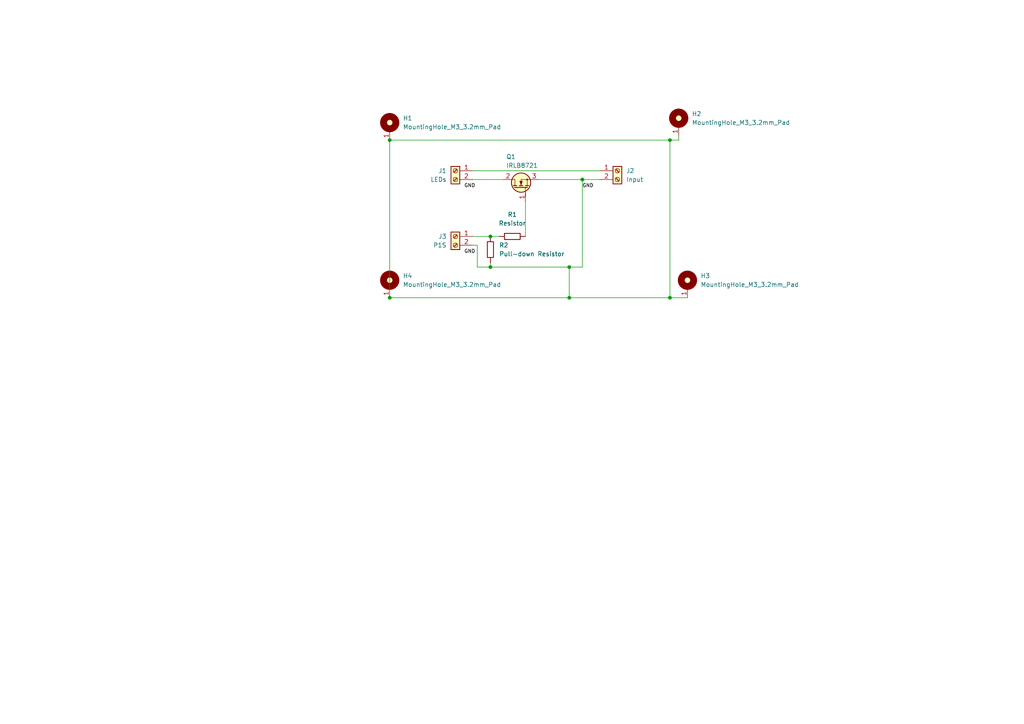
<source format=kicad_sch>
(kicad_sch (version 20231120) (generator "eeschema") (generator_version "8.0")
  (paper "A4")
  (lib_symbols
    (symbol "Connector:Screw_Terminal_01x02" (pin_names (offset 1.016) hide)
      (property "Reference" "J" (at 0 2.54 0))
      (property "Value" "Screw_Terminal_01x02" (at 0 -5.08 0))
      (symbol "Screw_Terminal_01x02_1_1"
        (rectangle (start -1.27 1.27) (end 1.27 -3.81) (stroke (width 0.254)) (fill (type background)))
        (circle (center 0 -2.54) (radius 0.635) (stroke (width 0.1524)))
        (polyline (pts (xy -0.5334 -2.2098) (xy 0.3302 -3.048)) (stroke (width 0.1524)))
        (polyline (pts (xy -0.5334 0.3302) (xy 0.3302 -0.508)) (stroke (width 0.1524)))
        (polyline (pts (xy -0.3556 -2.032) (xy 0.508 -2.8702)) (stroke (width 0.1524)))
        (polyline (pts (xy -0.3556 0.508) (xy 0.508 -0.3302)) (stroke (width 0.1524)))
        (circle (center 0 0) (radius 0.635) (stroke (width 0.1524)))
        (pin passive line (at -5.08 0 0) (length 3.81) (name "Pin_1") (number "1"))
        (pin passive line (at -5.08 -2.54 0) (length 3.81) (name "Pin_2") (number "2"))
      )
    )
    (symbol "PCM_SL_Mechanical:MountingHole_M3_3.2mm_Pad"
      (property "Reference" "H" (at 0 7.62 0))
      (property "Value" "MountingHole_M3_3.2mm_Pad" (at 0 5.08 0))
      (symbol "MountingHole_M3_3.2mm_Pad_0_1"
        (circle (center 0 0) (radius 1.27) (fill (type background)))
        (circle (center 0 0) (radius 1.7961) (stroke (width 2)))
      )
      (symbol "MountingHole_M3_3.2mm_Pad_1_1"
        (pin passive line (at 0 -5.08 90) (length 2.54) (name "") (number "1"))
      )
    )
    (symbol "PCM_SL_Resistors:Resistor"
      (property "Reference" "R" (at 0 5.08 0))
      (property "Value" "Resistor" (at 0 2.54 0))
      (symbol "Resistor_0_1"
        (rectangle (start -2.286 0.889) (end 2.286 -0.889) (stroke (width 0.24)))
      )
      (symbol "Resistor_1_1"
        (pin passive line (at -3.81 0 0) (length 1.5) (name "") (number "1"))
        (pin passive line (at 3.81 0 180) (length 1.5) (name "~") (number "2"))
      )
    )
    (symbol "PCM_Transistor_MOSFET_AKL:IRLB8721" (pin_names hide)
      (property "Reference" "Q" (at 5.08 1.27 0))
      (property "Value" "IRLB8721" (at 5.08 -1.27 0))
      (symbol "IRLB8721_0_1"
        (polyline (pts (xy 0.254 -1.27) (xy -2.54 -1.27)))
        (polyline (pts (xy 0.254 1.905) (xy 0.254 -1.905)) (stroke (width 0.254)))
        (polyline (pts (xy 0.762 -1.778) (xy 2.54 -1.778)))
        (polyline (pts (xy 0.762 -1.27) (xy 0.762 -2.286)) (stroke (width 0.254)))
        (polyline (pts (xy 0.762 0.508) (xy 0.762 -0.508)) (stroke (width 0.254)))
        (polyline (pts (xy 0.762 2.286) (xy 0.762 1.27)) (stroke (width 0.254)))
        (polyline (pts (xy 2.54 1.778) (xy 0.762 1.778)))
        (polyline (pts (xy 2.54 2.54) (xy 2.54 1.778)))
        (polyline (pts (xy 2.54 -2.54) (xy 2.54 0) (xy 0.762 0)))
        (polyline (pts (xy 1.016 0) (xy 2.032 0.381) (xy 2.032 -0.381) (xy 1.016 0)) (fill (type outline)))
        (circle (center 1.651 0) (radius 2.794) (stroke (width 0.254)) (fill (type background)))
        (circle (center 2.54 -1.778) (radius 0.1778) (fill (type outline)))
      )
      (symbol "IRLB8721_1_1"
        (pin input line (at -3.81 -1.27 0) (length 2.54) (name "G") (number "1"))
        (pin passive line (at 2.54 5.08 270) (length 2.54) (name "D") (number "2"))
        (pin passive line (at 2.54 -5.08 90) (length 2.54) (name "S") (number "3"))
      )
    )
  )
  (junction (at 113.03 86.36))
  (junction (at 168.91 52.07))
  (junction (at 142.24 77.47))
  (junction (at 142.24 68.58))
  (junction (at 194.31 40.64))
  (junction (at 113.03 40.64))
  (junction (at 194.31 86.36))
  (junction (at 165.1 77.47))
  (junction (at 165.1 86.36))
  (wire (pts (xy 196.85 40.64) (xy 196.85 39.37)))
  (wire (pts (xy 152.4 58.42) (xy 152.4 68.58)))
  (wire (pts (xy 168.91 52.07) (xy 173.99 52.07)))
  (wire (pts (xy 199.39 86.36) (xy 194.31 86.36)))
  (wire (pts (xy 142.24 68.58) (xy 144.78 68.58)))
  (wire (pts (xy 165.1 86.36) (xy 165.1 77.47)))
  (wire (pts (xy 138.43 77.47) (xy 142.24 77.47)))
  (wire (pts (xy 138.43 77.47) (xy 138.43 71.12)))
  (wire (pts (xy 194.31 40.64) (xy 194.31 86.36)))
  (wire (pts (xy 142.24 76.2) (xy 142.24 77.47)))
  (wire (pts (xy 113.03 86.36) (xy 113.03 40.64)))
  (wire (pts (xy 113.03 86.36) (xy 165.1 86.36)))
  (wire (pts (xy 194.31 40.64) (xy 196.85 40.64)))
  (wire (pts (xy 137.16 49.53) (xy 173.99 49.53)))
  (wire (pts (xy 138.43 71.12) (xy 137.16 71.12)))
  (wire (pts (xy 137.16 68.58) (xy 142.24 68.58)))
  (wire (pts (xy 168.91 77.47) (xy 168.91 52.07)))
  (wire (pts (xy 156.21 52.07) (xy 168.91 52.07)))
  (wire (pts (xy 113.03 40.64) (xy 194.31 40.64)))
  (wire (pts (xy 165.1 77.47) (xy 168.91 77.47)))
  (wire (pts (xy 137.16 52.07) (xy 146.05 52.07)))
  (wire (pts (xy 194.31 86.36) (xy 165.1 86.36)))
  (wire (pts (xy 142.24 77.47) (xy 165.1 77.47)))
  (label "GND" (at 134.62 54.61 0) (effects (font (size 1 1))))
  (label "GND" (at 134.62 73.66 0) (effects (font (size 1 1))))
  (label "GND" (at 168.91 54.61 0) (effects (font (size 1 1))))
  (symbol (lib_id "Connector:Screw_Terminal_01x02") (at 179.07 49.53 0) (unit 1)
    (property "Reference" "J2" (at 181.61 49.5299 0) (effects (justify left)))
    (property "Value" "Input" (at 181.61 52.0699 0) (effects (justify left)))
    (property "Footprint" "TerminalBlock_RND:TerminalBlock_RND_205-00276_1x02_P5.00mm_Vertical" (effects (hide yes)))
    (property "Description" "Generic screw terminal, single row, 01x02, script generated (kicad-library-utils/schlib/autogen/connector/)" (effects (hide yes)))
  )
  (symbol (lib_id "PCM_SL_Mechanical:MountingHole_M3_3.2mm_Pad") (at 196.85 34.29 0) (unit 1)
    (property "Reference" "H2" (at 200.66 33.0199 0) (effects (justify left)))
    (property "Value" "MountingHole_M3_3.2mm_Pad" (at 200.66 35.5599 0) (effects (justify left)))
    (property "Footprint" "PCM_SL_Mechanical:MountingHole_3.2mm_Pad" (effects (hide yes)))
    (property "Description" "3.2mm Diameter Mounting Hole Pad (M3)" (effects (hide yes)))
  )
  (symbol (lib_id "PCM_SL_Resistors:Resistor") (at 142.24 72.39 270) (unit 1)
    (property "Reference" "R2" (at 144.78 71.1199 90) (effects (justify left)))
    (property "Value" "Pull-down Resistor" (at 144.78 73.6599 90) (effects (justify left)))
    (property "Footprint" "Resistor_THT:R_Axial_DIN0207_L6.3mm_D2.5mm_P10.16mm_Horizontal" (effects (hide yes)))
    (property "Description" "1/4W Resistor" (effects (hide yes)))
  )
  (symbol (lib_id "PCM_SL_Resistors:Resistor") (at 148.59 68.58 0) (unit 1)
    (property "Reference" "R1" (at 148.59 62.23 0))
    (property "Value" "Resistor" (at 148.59 64.77 0))
    (property "Footprint" "Resistor_THT:R_Axial_DIN0207_L6.3mm_D2.5mm_P10.16mm_Horizontal" (effects (hide yes)))
    (property "Description" "1/4W Resistor" (effects (hide yes)))
  )
  (symbol (lib_id "PCM_SL_Mechanical:MountingHole_M3_3.2mm_Pad") (at 113.03 35.56 0) (unit 1)
    (property "Reference" "H1" (at 116.84 34.2899 0) (effects (justify left)))
    (property "Value" "MountingHole_M3_3.2mm_Pad" (at 116.84 36.8299 0) (effects (justify left)))
    (property "Footprint" "PCM_SL_Mechanical:MountingHole_3.2mm_Pad" (effects (hide yes)))
    (property "Description" "3.2mm Diameter Mounting Hole Pad (M3)" (effects (hide yes)))
  )
  (symbol (lib_id "PCM_SL_Mechanical:MountingHole_M3_3.2mm_Pad") (at 113.03 81.28 0) (unit 1)
    (property "Reference" "H4" (at 116.84 80.0099 0) (effects (justify left)))
    (property "Value" "MountingHole_M3_3.2mm_Pad" (at 116.84 82.5499 0) (effects (justify left)))
    (property "Footprint" "PCM_SL_Mechanical:MountingHole_3.2mm_Pad" (effects (hide yes)))
    (property "Description" "3.2mm Diameter Mounting Hole Pad (M3)" (effects (hide yes)))
  )
  (symbol (lib_id "PCM_SL_Mechanical:MountingHole_M3_3.2mm_Pad") (at 199.39 81.28 0) (unit 1)
    (property "Reference" "H3" (at 203.2 80.0099 0) (effects (justify left)))
    (property "Value" "MountingHole_M3_3.2mm_Pad" (at 203.2 82.5499 0) (effects (justify left)))
    (property "Footprint" "PCM_SL_Mechanical:MountingHole_3.2mm_Pad" (effects (hide yes)))
    (property "Description" "3.2mm Diameter Mounting Hole Pad (M3)" (effects (hide yes)))
  )
  (symbol (lib_id "Connector:Screw_Terminal_01x02") (at 132.08 49.53 0) (mirror y) (unit 1)
    (property "Reference" "J1" (at 129.54 49.5299 0) (effects (justify left)))
    (property "Value" "LEDs" (at 129.54 52.0699 0) (effects (justify left)))
    (property "Footprint" "TerminalBlock_RND:TerminalBlock_RND_205-00276_1x02_P5.00mm_Vertical" (effects (hide yes)))
    (property "Description" "Generic screw terminal, single row, 01x02, script generated (kicad-library-utils/schlib/autogen/connector/)" (effects (hide yes)))
  )
  (symbol (lib_id "Connector:Screw_Terminal_01x02") (at 132.08 68.58 0) (mirror y) (unit 1)
    (property "Reference" "J3" (at 129.54 68.5799 0) (effects (justify left)))
    (property "Value" "P1S" (at 129.54 71.1199 0) (effects (justify left)))
    (property "Footprint" "TerminalBlock_RND:TerminalBlock_RND_205-00276_1x02_P5.00mm_Vertical" (effects (hide yes)))
    (property "Description" "Generic screw terminal, single row, 01x02, script generated (kicad-library-utils/schlib/autogen/connector/)" (effects (hide yes)))
  )
  (symbol (lib_id "PCM_Transistor_MOSFET_AKL:IRLB8721") (at 151.13 54.61 90) (unit 1)
    (property "Reference" "Q1" (at 146.812 45.466 90) (effects (justify right)))
    (property "Value" "IRLB8721" (at 146.812 48.006 90) (effects (justify right)))
    (property "Footprint" "Package_TO_SOT_THT:TO-220-3_Horizontal_TabDown" (effects (hide yes)))
    (property "Datasheet" "https://www.tme.eu/Document/b69003e9a3061f81b201d4c8f0c01a07/irlb8721pbf.pdf" (effects (hide yes)))
    (property "Description" "TO-220 N-MOSFET enchancement mode transistor, 30V, 62A, 65W, Alternate KiCAD Library" (effects (hide yes)))
  )
)
</source>
